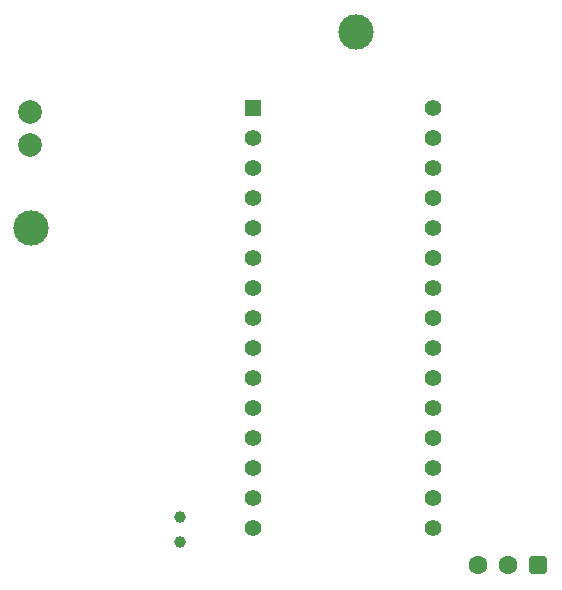
<source format=gbr>
G04*
G04 #@! TF.GenerationSoftware,Altium Limited,Altium Designer,24.6.1 (21)*
G04*
G04 Layer_Color=255*
%FSLAX25Y25*%
%MOIN*%
G70*
G04*
G04 #@! TF.SameCoordinates,FB6864B3-348A-4B3C-8FDE-2C751703143F*
G04*
G04*
G04 #@! TF.FilePolarity,Positive*
G04*
G01*
G75*
%ADD55R,0.05567X0.05567*%
%ADD56C,0.05567*%
%ADD59C,0.03937*%
%ADD60C,0.07874*%
%ADD61C,0.11811*%
G04:AMPARAMS|DCode=62|XSize=62.99mil|YSize=62.99mil|CornerRadius=15.75mil|HoleSize=0mil|Usage=FLASHONLY|Rotation=180.000|XOffset=0mil|YOffset=0mil|HoleType=Round|Shape=RoundedRectangle|*
%AMROUNDEDRECTD62*
21,1,0.06299,0.03150,0,0,180.0*
21,1,0.03150,0.06299,0,0,180.0*
1,1,0.03150,-0.01575,0.01575*
1,1,0.03150,0.01575,0.01575*
1,1,0.03150,0.01575,-0.01575*
1,1,0.03150,-0.01575,-0.01575*
%
%ADD62ROUNDEDRECTD62*%
%ADD63C,0.06299*%
D55*
X82205Y166270D02*
D03*
D56*
Y156270D02*
D03*
Y146270D02*
D03*
Y136270D02*
D03*
Y126270D02*
D03*
Y116270D02*
D03*
Y106270D02*
D03*
Y96270D02*
D03*
Y86270D02*
D03*
Y76270D02*
D03*
Y66270D02*
D03*
Y56270D02*
D03*
Y46270D02*
D03*
Y36270D02*
D03*
Y26270D02*
D03*
X142205D02*
D03*
Y36270D02*
D03*
Y46270D02*
D03*
Y56270D02*
D03*
Y66270D02*
D03*
Y76270D02*
D03*
Y86270D02*
D03*
Y96270D02*
D03*
Y106270D02*
D03*
Y116270D02*
D03*
Y126270D02*
D03*
Y136270D02*
D03*
Y146270D02*
D03*
Y156270D02*
D03*
Y166270D02*
D03*
D59*
X57874Y21654D02*
D03*
Y29921D02*
D03*
D60*
X7874Y153937D02*
D03*
Y164961D02*
D03*
D61*
X8268Y126378D02*
D03*
X116535Y191732D02*
D03*
D62*
X177165Y13780D02*
D03*
D63*
X167165D02*
D03*
X157165D02*
D03*
M02*

</source>
